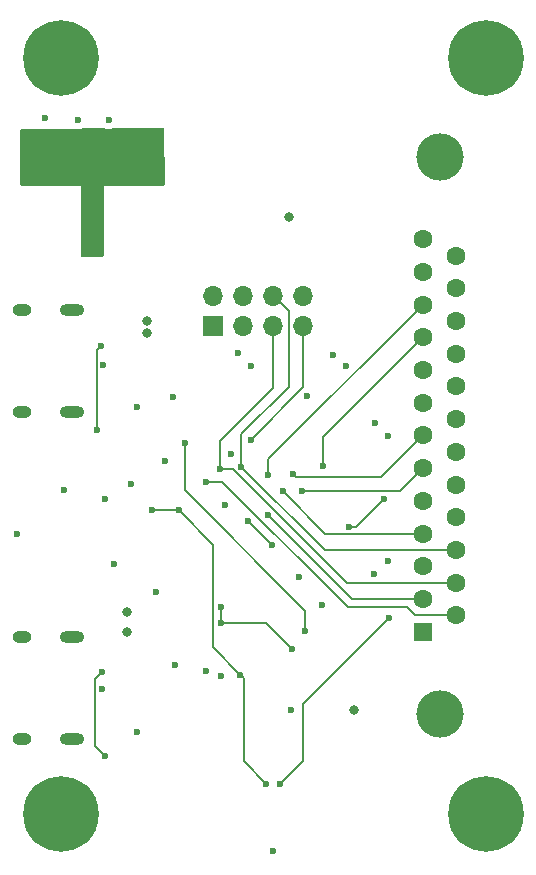
<source format=gbr>
%TF.GenerationSoftware,KiCad,Pcbnew,(6.0.9)*%
%TF.CreationDate,2022-12-11T23:18:13+10:00*%
%TF.ProjectId,OpenRetroPad,4f70656e-5265-4747-926f-5061642e6b69,rev?*%
%TF.SameCoordinates,Original*%
%TF.FileFunction,Copper,L4,Bot*%
%TF.FilePolarity,Positive*%
%FSLAX46Y46*%
G04 Gerber Fmt 4.6, Leading zero omitted, Abs format (unit mm)*
G04 Created by KiCad (PCBNEW (6.0.9)) date 2022-12-11 23:18:13*
%MOMM*%
%LPD*%
G01*
G04 APERTURE LIST*
%TA.AperFunction,ComponentPad*%
%ADD10C,4.000000*%
%TD*%
%TA.AperFunction,ComponentPad*%
%ADD11R,1.600000X1.600000*%
%TD*%
%TA.AperFunction,ComponentPad*%
%ADD12C,1.600000*%
%TD*%
%TA.AperFunction,ComponentPad*%
%ADD13C,0.800000*%
%TD*%
%TA.AperFunction,ComponentPad*%
%ADD14C,6.400000*%
%TD*%
%TA.AperFunction,ComponentPad*%
%ADD15O,1.600000X1.000000*%
%TD*%
%TA.AperFunction,ComponentPad*%
%ADD16O,2.100000X1.000000*%
%TD*%
%TA.AperFunction,ComponentPad*%
%ADD17R,1.700000X1.700000*%
%TD*%
%TA.AperFunction,ComponentPad*%
%ADD18O,1.700000X1.700000*%
%TD*%
%TA.AperFunction,ViaPad*%
%ADD19C,0.800000*%
%TD*%
%TA.AperFunction,ViaPad*%
%ADD20C,0.600000*%
%TD*%
%TA.AperFunction,Conductor*%
%ADD21C,0.203200*%
%TD*%
G04 APERTURE END LIST*
D10*
%TO.P,J4,0,PAD*%
%TO.N,GND*%
X32089669Y-55500000D03*
X32089669Y-8400000D03*
D11*
%TO.P,J4,1,1*%
%TO.N,/DB25/TX*%
X30669669Y-48570000D03*
D12*
%TO.P,J4,2,2*%
%TO.N,/DB25/PD1*%
X30669669Y-45800000D03*
%TO.P,J4,3,3*%
%TO.N,/DB25/PD0*%
X30669669Y-43030000D03*
%TO.P,J4,4,4*%
%TO.N,/DB25/PD4*%
X30669669Y-40260000D03*
%TO.P,J4,5,5*%
%TO.N,/DB25/PC6*%
X30669669Y-37490000D03*
%TO.P,J4,6,6*%
%TO.N,/DB25/PD7*%
X30669669Y-34720000D03*
%TO.P,J4,7,7*%
%TO.N,/DB25/CE*%
X30669669Y-31950000D03*
%TO.P,J4,8,8*%
%TO.N,/DB25/PB4*%
X30669669Y-29180000D03*
%TO.P,J4,9,9*%
%TO.N,/DB25/PB5*%
X30669669Y-26410000D03*
%TO.P,J4,10,10*%
%TO.N,/DB25/PB6*%
X30669669Y-23640000D03*
%TO.P,J4,11,11*%
%TO.N,/DB25/RX*%
X30669669Y-20870000D03*
%TO.P,J4,12,12*%
%TO.N,unconnected-(J4-Pad12)*%
X30669669Y-18100000D03*
%TO.P,J4,13,13*%
%TO.N,unconnected-(J4-Pad13)*%
X30669669Y-15330000D03*
%TO.P,J4,14,P14*%
%TO.N,/DB25/MISO*%
X33509669Y-47185000D03*
%TO.P,J4,15,P15*%
%TO.N,/DB25/SCK*%
X33509669Y-44415000D03*
%TO.P,J4,16,P16*%
%TO.N,/DB25/MOSI*%
X33509669Y-41645000D03*
%TO.P,J4,17,P17*%
%TO.N,unconnected-(J4-Pad17)*%
X33509669Y-38875000D03*
%TO.P,J4,18,P18*%
%TO.N,/DB25/PF7*%
X33509669Y-36105000D03*
%TO.P,J4,19,P19*%
%TO.N,/DB25/PF6*%
X33509669Y-33335000D03*
%TO.P,J4,20,P20*%
%TO.N,/DB25/PF5*%
X33509669Y-30565000D03*
%TO.P,J4,21,P21*%
%TO.N,/DB25/PF4*%
X33509669Y-27795000D03*
%TO.P,J4,22,P22*%
%TO.N,unconnected-(J4-Pad22)*%
X33509669Y-25025000D03*
%TO.P,J4,23,P23*%
%TO.N,/DB25/3V3F*%
X33509669Y-22255000D03*
%TO.P,J4,24,P24*%
%TO.N,/DB25/5VF*%
X33509669Y-19485000D03*
%TO.P,J4,25,P25*%
%TO.N,GND*%
X33509669Y-16715000D03*
%TD*%
D13*
%TO.P,H1,1,1*%
%TO.N,unconnected-(H1-Pad1)*%
X1697056Y1697056D03*
X-1697056Y1697056D03*
X1697056Y-1697056D03*
X0Y2400000D03*
X2400000Y0D03*
X-2400000Y0D03*
D14*
X0Y0D03*
D13*
X0Y-2400000D03*
X-1697056Y-1697056D03*
%TD*%
D15*
%TO.P,J1,S1,SHIELD*%
%TO.N,GND*%
X-3250000Y-30000000D03*
D16*
X930000Y-30000000D03*
X930000Y-21360000D03*
D15*
X-3250000Y-21360000D03*
%TD*%
D13*
%TO.P,H4,1,1*%
%TO.N,unconnected-(H4-Pad1)*%
X36000000Y-66400000D03*
D14*
X36000000Y-64000000D03*
D13*
X37697056Y-62302944D03*
X38400000Y-64000000D03*
X33600000Y-64000000D03*
X34302944Y-65697056D03*
X34302944Y-62302944D03*
X36000000Y-61600000D03*
X37697056Y-65697056D03*
%TD*%
D15*
%TO.P,J2,S1,SHIELD*%
%TO.N,GND*%
X-3250000Y-48980000D03*
D16*
X930000Y-57620000D03*
X930000Y-48980000D03*
D15*
X-3250000Y-57620000D03*
%TD*%
D13*
%TO.P,H3,1,1*%
%TO.N,unconnected-(H3-Pad1)*%
X34302944Y1697056D03*
X36000000Y2400000D03*
X33600000Y0D03*
X37697056Y1697056D03*
D14*
X36000000Y0D03*
D13*
X36000000Y-2400000D03*
X37697056Y-1697056D03*
X38400000Y0D03*
X34302944Y-1697056D03*
%TD*%
%TO.P,H2,1,1*%
%TO.N,unconnected-(H2-Pad1)*%
X2400000Y-64000000D03*
X-1697056Y-65697056D03*
X1697056Y-65697056D03*
X1697056Y-62302944D03*
X0Y-66400000D03*
X0Y-61600000D03*
X-2400000Y-64000000D03*
X-1697056Y-62302944D03*
D14*
X0Y-64000000D03*
%TD*%
D17*
%TO.P,J3,1,Pin_1*%
%TO.N,GND*%
X12920000Y-22700000D03*
D18*
%TO.P,J3,2,Pin_2*%
%TO.N,+3V3*%
X12920000Y-20160000D03*
%TO.P,J3,3,Pin_3*%
%TO.N,/DB25/CE*%
X15460000Y-22700000D03*
%TO.P,J3,4,Pin_4*%
%TO.N,/DB25/CSN*%
X15460000Y-20160000D03*
%TO.P,J3,5,Pin_5*%
%TO.N,/DB25/SCK*%
X18000000Y-22700000D03*
%TO.P,J3,6,Pin_6*%
%TO.N,/DB25/MOSI*%
X18000000Y-20160000D03*
%TO.P,J3,7,Pin_7*%
%TO.N,/DB25/MISO*%
X20540000Y-22700000D03*
%TO.P,J3,8,Pin_8*%
%TO.N,/DB25/IRQ*%
X20540000Y-20160000D03*
%TD*%
D19*
%TO.N,GND*%
X24850000Y-55200000D03*
D20*
X20900000Y-28600000D03*
X6500000Y-57100000D03*
X9500000Y-28700000D03*
X4100000Y-5200000D03*
X13600000Y-52300000D03*
X-1300000Y-5100000D03*
X26600000Y-30900000D03*
X9700000Y-51400000D03*
X27750000Y-42600000D03*
X13900000Y-37800000D03*
X3800000Y-37300000D03*
X15000000Y-25000000D03*
X20200000Y-43900000D03*
X6000000Y-36100000D03*
X18000000Y-67100000D03*
X1500000Y-5200000D03*
X-3700000Y-40300000D03*
X3500000Y-53400000D03*
X22150000Y-46300000D03*
X24200000Y-26100000D03*
X6500000Y-29500000D03*
X8088733Y-45194455D03*
X3600000Y-26000000D03*
D19*
%TO.N,+5V*%
X7300000Y-23300000D03*
D20*
X12300000Y-51900000D03*
X16100000Y-26100000D03*
D19*
X5600000Y-48600000D03*
D20*
X14400000Y-33500000D03*
D19*
X7300000Y-22300000D03*
X5650000Y-46900000D03*
D20*
X300000Y-36600000D03*
X23100000Y-25100000D03*
X4500000Y-42800000D03*
X19500000Y-55200000D03*
X8800000Y-34100000D03*
X26500000Y-43700000D03*
X27700000Y-32000000D03*
D19*
X19300000Y-13450000D03*
%TO.N,+3V3*%
X2250000Y-13550000D03*
X-1900000Y-10200000D03*
X8200000Y-7400000D03*
X8200000Y-9200000D03*
X7300000Y-6500000D03*
X-2800000Y-7500000D03*
X-1900000Y-8400000D03*
X7300000Y-9200000D03*
X8200000Y-6500000D03*
X7300000Y-7400000D03*
X-2800000Y-10200000D03*
X3150000Y-11650000D03*
X-1900000Y-7500000D03*
X-1900000Y-9300000D03*
X3150000Y-13550000D03*
X-2800000Y-9300000D03*
X-1900000Y-6600000D03*
X-2800000Y-6600000D03*
X7300000Y-8300000D03*
X2250000Y-12600000D03*
X8200000Y-8300000D03*
X-2800000Y-8400000D03*
X8200000Y-10100000D03*
X3150000Y-12600000D03*
X2250000Y-11650000D03*
X7300000Y-10100000D03*
D20*
%TO.N,/DB25/RST*%
X7700000Y-38300000D03*
X17400000Y-61450000D03*
X15200000Y-52200000D03*
X10000000Y-38300000D03*
%TO.N,/IO/RX_LED*%
X20700000Y-48500000D03*
X10500000Y-32600000D03*
%TO.N,/DB25/SCK*%
X13500000Y-34800000D03*
%TO.N,/DB25/MOSI*%
X15300000Y-34600000D03*
%TO.N,/DB25/MISO*%
X16100000Y-32300000D03*
X12300000Y-35900000D03*
%TO.N,/DB25/PD7*%
X20400000Y-36650000D03*
%TO.N,/DB25/RX*%
X17600000Y-35300000D03*
%TO.N,/DB25/PD1*%
X17600000Y-38700000D03*
%TO.N,/DB25/PB6*%
X22200000Y-34500000D03*
%TO.N,/DB25/TX*%
X13600000Y-47800000D03*
X19600000Y-50000000D03*
X13600000Y-46500000D03*
%TO.N,/DB25/PD0*%
X17900000Y-41200000D03*
X15900000Y-39200000D03*
%TO.N,/DB25/PD4*%
X18800000Y-36650000D03*
%TO.N,/DB25/PB5*%
X27400000Y-37350000D03*
X24400000Y-39706500D03*
%TO.N,/USB Data/CC1*%
X3100000Y-31500000D03*
X3400000Y-24376500D03*
%TO.N,/USB Program/CC1*%
X3800000Y-59100000D03*
X3500000Y-51996500D03*
%TO.N,/IO/SW_HWB*%
X27800000Y-47400000D03*
X18550000Y-61450000D03*
%TO.N,/DB25/CE*%
X19650000Y-35200000D03*
%TD*%
D21*
%TO.N,/DB25/RST*%
X12900000Y-49900000D02*
X15200000Y-52200000D01*
X10000000Y-38300000D02*
X12900000Y-41200000D01*
X15500000Y-59550000D02*
X15500000Y-52500000D01*
X15500000Y-52500000D02*
X15200000Y-52200000D01*
X10000000Y-38300000D02*
X7700000Y-38300000D01*
X17400000Y-61450000D02*
X15500000Y-59550000D01*
X12900000Y-41200000D02*
X12900000Y-49900000D01*
%TO.N,/IO/RX_LED*%
X10500000Y-36600000D02*
X10500000Y-32600000D01*
X20700000Y-48500000D02*
X20700000Y-46800000D01*
X20700000Y-46800000D02*
X10500000Y-36600000D01*
%TO.N,/DB25/SCK*%
X13500000Y-34800000D02*
X14600000Y-34800000D01*
X13500000Y-32400000D02*
X13500000Y-34800000D01*
X18000000Y-27900000D02*
X13500000Y-32400000D01*
X24215000Y-44415000D02*
X33509669Y-44415000D01*
X14600000Y-34800000D02*
X24215000Y-44415000D01*
X18000000Y-22700000D02*
X18000000Y-27900000D01*
%TO.N,/DB25/MOSI*%
X22345000Y-41645000D02*
X15300000Y-34600000D01*
X19300000Y-27816525D02*
X19300000Y-21380000D01*
X15300000Y-31816525D02*
X19300000Y-27816525D01*
X15300000Y-34600000D02*
X15300000Y-31816525D01*
X19300000Y-21380000D02*
X18080000Y-20160000D01*
X33509669Y-41645000D02*
X22345000Y-41645000D01*
%TO.N,/DB25/MISO*%
X24300000Y-46500000D02*
X29300000Y-46500000D01*
X13700000Y-35900000D02*
X24300000Y-46500000D01*
X12300000Y-35900000D02*
X13700000Y-35900000D01*
X16100000Y-32300000D02*
X20540000Y-27860000D01*
X29300000Y-46500000D02*
X29985000Y-47185000D01*
X29985000Y-47185000D02*
X33509669Y-47185000D01*
X20540000Y-27860000D02*
X20540000Y-22700000D01*
%TO.N,/DB25/PD7*%
X20400000Y-36650000D02*
X28739669Y-36650000D01*
X28739669Y-36650000D02*
X30669669Y-34720000D01*
%TO.N,/DB25/RX*%
X17600000Y-35300000D02*
X17600000Y-33939669D01*
X17600000Y-33939669D02*
X30669669Y-20870000D01*
%TO.N,/DB25/PD1*%
X24700000Y-45800000D02*
X17600000Y-38700000D01*
X30669669Y-45800000D02*
X24700000Y-45800000D01*
%TO.N,/DB25/PB6*%
X22200000Y-32109669D02*
X30669669Y-23640000D01*
X22200000Y-34500000D02*
X22200000Y-32109669D01*
%TO.N,/DB25/TX*%
X13600000Y-46500000D02*
X13600000Y-47800000D01*
X13600000Y-47800000D02*
X17400000Y-47800000D01*
X17400000Y-47800000D02*
X19600000Y-50000000D01*
%TO.N,/DB25/PD0*%
X17900000Y-41200000D02*
X15900000Y-39200000D01*
%TO.N,/DB25/PD4*%
X22410000Y-40260000D02*
X30669669Y-40260000D01*
X18800000Y-36650000D02*
X22410000Y-40260000D01*
%TO.N,/DB25/PB5*%
X25043500Y-39706500D02*
X24400000Y-39706500D01*
X27400000Y-37350000D02*
X25043500Y-39706500D01*
%TO.N,/USB Data/CC1*%
X3046000Y-24730500D02*
X3046000Y-31446000D01*
X3400000Y-24376500D02*
X3046000Y-24730500D01*
X3046000Y-31446000D02*
X3100000Y-31500000D01*
%TO.N,/USB Program/CC1*%
X2946000Y-52550500D02*
X2946000Y-58246000D01*
X2946000Y-58246000D02*
X3800000Y-59100000D01*
X3500000Y-51996500D02*
X2946000Y-52550500D01*
%TO.N,/IO/SW_HWB*%
X18550000Y-61450000D02*
X20500000Y-59500000D01*
X20500000Y-59500000D02*
X20500000Y-54700000D01*
X20500000Y-54700000D02*
X27800000Y-47400000D01*
%TO.N,/DB25/CE*%
X19950000Y-35500000D02*
X27119669Y-35500000D01*
X27119669Y-35500000D02*
X30669669Y-31950000D01*
X19650000Y-35200000D02*
X19950000Y-35500000D01*
%TD*%
%TA.AperFunction,Conductor*%
%TO.N,+3V3*%
G36*
X8736054Y-5920484D02*
G01*
X8782986Y-5973757D01*
X8794805Y-6026900D01*
X8799863Y-10673863D01*
X8779935Y-10742005D01*
X8726330Y-10788557D01*
X8673863Y-10800000D01*
X4342784Y-10800008D01*
X3702667Y-10800009D01*
X3702667Y-16674009D01*
X3682665Y-16742130D01*
X3629009Y-16788623D01*
X3576667Y-16800009D01*
X1828667Y-16800009D01*
X1760546Y-16780007D01*
X1714053Y-16726351D01*
X1702667Y-16674009D01*
X1702667Y-10800009D01*
X1207275Y-10800008D01*
X-3274000Y-10800000D01*
X-3342121Y-10779998D01*
X-3388614Y-10726342D01*
X-3400000Y-10674000D01*
X-3400000Y-6124971D01*
X-3379998Y-6056850D01*
X-3326342Y-6010357D01*
X-3275034Y-5998975D01*
X1206259Y-5962227D01*
X1251212Y-5970126D01*
X1296562Y-5986992D01*
X1296568Y-5986994D01*
X1303168Y-5989448D01*
X1310149Y-5990379D01*
X1310151Y-5990380D01*
X1475980Y-6012507D01*
X1475984Y-6012507D01*
X1482961Y-6013438D01*
X1489972Y-6012800D01*
X1489976Y-6012800D01*
X1641877Y-5998975D01*
X1663600Y-5996998D01*
X1670303Y-5994820D01*
X1670308Y-5994819D01*
X1766749Y-5963484D01*
X1804651Y-5957321D01*
X3015449Y-5947391D01*
X3750169Y-5941366D01*
X3795119Y-5949265D01*
X3829973Y-5962227D01*
X3896558Y-5986990D01*
X3896560Y-5986990D01*
X3903168Y-5989448D01*
X3986995Y-6000633D01*
X4075980Y-6012507D01*
X4075984Y-6012507D01*
X4082961Y-6013438D01*
X4089972Y-6012800D01*
X4089976Y-6012800D01*
X4241877Y-5998975D01*
X4263600Y-5996998D01*
X4270300Y-5994821D01*
X4270305Y-5994820D01*
X4434066Y-5941611D01*
X4471969Y-5935448D01*
X8667772Y-5901041D01*
X8736054Y-5920484D01*
G37*
%TD.AperFunction*%
%TD*%
M02*

</source>
